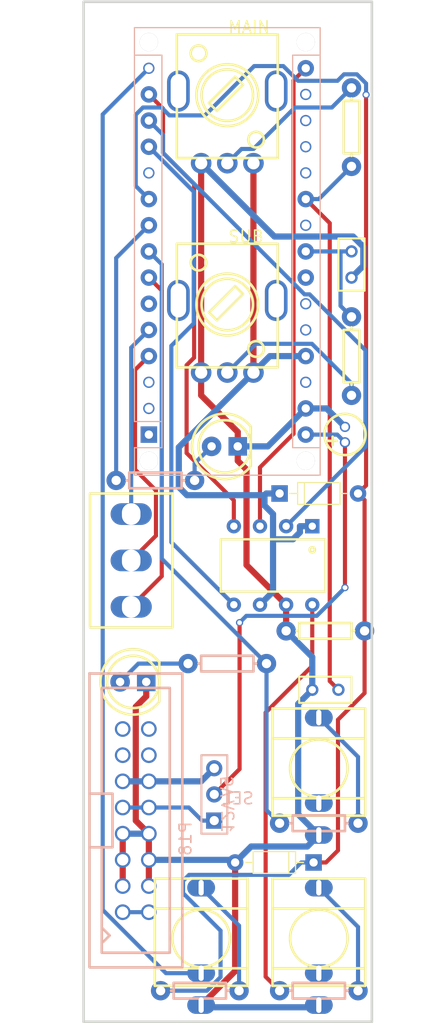
<source format=kicad_pcb>
(kicad_pcb (version 20171130) (host pcbnew "(5.1.5)-3") (page "A4") (layers (0 "F.Cu" signal) (31 "B.Cu" signal) (32 "B.Adhes" user) (33 "F.Adhes" user) (34 "B.Paste" user) (35 "F.Paste" user) (36 "B.SilkS" user) (37 "F.SilkS" user) (38 "B.Mask" user) (39 "F.Mask" user) (40 "Dwgs.User" user) (41 "Cmts.User" user) (42 "Eco1.User" user) (43 "Eco2.User" user) (44 "Edge.Cuts" user) (45 "Margin" user) (46 "B.CrtYd" user) (47 "F.CrtYd" user) (48 "B.Fab" user hide) (49 "F.Fab" user hide)) (net 0 "") (net 1 "-12V") (net 2 "12V") (net 3 "5V") (net 4 "ARD_5") (net 5 "GND") (net 6 "J3_3") (net 7 "J4_3") (net 8 "J5_3") (net 9 "MAIN_2") (net 10 "MAIN_4") (net 11 "MAIN_5") (net 12 "R2_1") (net 13 "R5_2") (net 14 "R6_2") (net 15 "SUB_2") (net 16 "SUB_4") (net 17 "SUB_5") (net 18 "U1_10") (net 19 "U1_12") (net 20 "U1_13") (net 21 "U1_14") (net 22 "U1_15") (net 23 "U1_16") (net 24 "U1_21") (net 25 "U1_23") (net 26 "U1_30") (net 27 "U1_4") (net 28 "U1_5") (net 29 "U1_7") (net 30 "U1_8") (net 31 "U1_9") (net 32 "U2_8") (segment (start 18.415 100.203) (end 15.875 100.203) (width 0.4) (layer "B.Cu") (net 1)) (segment (start 15.875 87.503) (end 18.415 87.503) (width 0.6) (layer "B.Cu") (net 3)) (segment (start 18.415 87.503) (end 23.495 87.503) (width 0.6) (layer "B.Cu") (net 3)) (segment (start 23.495 87.503) (end 24.765 86.233) (width 0.6) (layer "B.Cu") (net 3)) (segment (start 15.875 90.043) (end 18.415 90.043) (width 0.4) (layer "B.Cu") (net 2)) (segment (start 18.415 90.043) (end 22.307 90.043) (width 0.4) (layer "B.Cu") (net 2)) (segment (start 22.307 90.043) (end 23.577 91.313) (width 0.4) (layer "B.Cu") (net 2)) (segment (start 24.765 91.313) (end 23.577 91.313) (width 0.4) (layer "B.Cu") (net 2)) (segment (start 18.415 43.688) (end 16.7 45.403) (width 0.4) (layer "B.Cu") (net 28)) (segment (start 16.7 45.403) (end 16.7 61.563) (width 0.4) (layer "B.Cu") (net 28)) (segment (start 33.655 53.848) (end 36.714 53.848) (width 0.4) (layer "B.Cu") (net 26)) (segment (start 36.714 53.848) (end 37.465 54.599) (width 0.4) (layer "B.Cu") (net 26)) (segment (start 27.227 72.099) (end 27.889 71.437) (width 0.4) (layer "B.Cu") (net 26)) (segment (start 27.889 71.437) (end 34.73 71.437) (width 0.4) (layer "B.Cu") (net 26)) (segment (start 34.73 71.437) (end 37.465 68.702) (width 0.4) (layer "B.Cu") (net 26)) (segment (start 38.735 91.567) (end 38.735 85.123) (width 0.4) (layer "B.Cu") (net 7)) (segment (start 38.735 85.123) (end 34.925 81.313) (width 0.4) (layer "B.Cu") (net 7)) (segment (start 23.495 106.123) (end 20.077 106.123) (width 0.4) (layer "B.Cu") (net 22)) (segment (start 20.077 106.123) (end 13.93 99.975) (width 0.4) (layer "B.Cu") (net 22)) (segment (start 13.93 99.975) (end 13.93 22.773) (width 0.4) (layer "B.Cu") (net 22)) (segment (start 13.93 22.773) (end 18.415 18.288) (width 0.4) (layer "B.Cu") (net 22)) (segment (start 38.735 107.823) (end 38.735 101.633) (width 0.4) (layer "B.Cu") (net 12)) (segment (start 38.735 101.633) (end 34.925 97.823) (width 0.4) (layer "B.Cu") (net 12)) (segment (start 26.67 70.358) (end 20.6 64.288) (width 0.4) (layer "B.Cu") (net 19)) (segment (start 20.6 64.288) (end 20.6 45.228) (width 0.4) (layer "B.Cu") (net 19)) (segment (start 20.6 45.228) (end 22.773 43.055) (width 0.4) (layer "B.Cu") (net 19)) (segment (start 22.773 43.055) (end 22.773 30.266) (width 0.4) (layer "B.Cu") (net 19)) (segment (start 22.773 30.266) (end 18.415 25.908) (width 0.4) (layer "B.Cu") (net 19)) (segment (start 18.415 23.368) (end 19.791 24.744) (width 0.4) (layer "B.Cu") (net 20)) (segment (start 19.791 24.744) (end 19.791 26.488) (width 0.4) (layer "B.Cu") (net 20)) (segment (start 19.791 26.488) (end 33.539 40.236) (width 0.4) (layer "B.Cu") (net 20)) (segment (start 33.539 40.236) (end 34.033 40.236) (width 0.4) (layer "B.Cu") (net 20)) (segment (start 34.033 40.236) (end 39.452 45.655) (width 0.4) (layer "B.Cu") (net 20)) (segment (start 39.452 45.655) (end 39.452 55.037) (width 0.4) (layer "B.Cu") (net 20)) (segment (start 39.452 55.037) (end 31.75 62.738) (width 0.4) (layer "B.Cu") (net 20)) (segment (start 26.035 47.823) (end 28.824 45.034) (width 0.4) (layer "B.Cu") (net 15)) (segment (start 28.824 45.034) (end 34.257 45.034) (width 0.4) (layer "B.Cu") (net 15)) (segment (start 34.257 45.034) (end 38.1 48.877) (width 0.4) (layer "B.Cu") (net 15)) (segment (start 38.1 48.877) (end 38.1 50.038) (width 0.4) (layer "B.Cu") (net 15)) (segment (start 37.035 36.068) (end 37.035 41.353) (width 0.4) (layer "B.Cu") (net 25)) (segment (start 37.035 41.353) (end 38.1 42.418) (width 0.4) (layer "B.Cu") (net 25)) (segment (start 33.655 36.068) (end 37.035 36.068) (width 0.4) (layer "B.Cu") (net 25)) (segment (start 37.035 36.068) (end 38.1 36.068) (width 0.4) (layer "B.Cu") (net 25)) (segment (start 26.035 27.503) (end 27.416 26.122) (width 0.4) (layer "B.Cu") (net 9)) (segment (start 27.416 26.122) (end 28.581 26.122) (width 0.4) (layer "B.Cu") (net 9)) (segment (start 28.581 26.122) (end 32.605 22.098) (width 0.4) (layer "B.Cu") (net 9)) (segment (start 32.605 22.098) (end 36.195 22.098) (width 0.4) (layer "B.Cu") (net 9)) (segment (start 36.195 22.098) (end 38.1 20.193) (width 0.4) (layer "B.Cu") (net 9)) (segment (start 33.655 30.988) (end 34.925 30.988) (width 0.4) (layer "B.Cu") (net 24)) (segment (start 34.925 30.988) (end 38.1 27.813) (width 0.4) (layer "B.Cu") (net 24)) (segment (start 24.511 54.991) (end 22.86 56.642) (width 0.4) (layer "B.Cu") (net 14)) (segment (start 22.86 56.642) (end 22.86 58.293) (width 0.4) (layer "B.Cu") (net 14)) (segment (start 18.415 33.528) (end 15.24 36.703) (width 0.4) (layer "B.Cu") (net 31)) (segment (start 15.24 36.703) (end 15.24 58.293) (width 0.4) (layer "B.Cu") (net 31)) (segment (start 15.621 77.851) (end 17.399 76.073) (width 0.4) (layer "B.Cu") (net 13)) (segment (start 17.399 76.073) (end 22.225 76.073) (width 0.4) (layer "B.Cu") (net 13)) (segment (start 18.415 36.068) (end 19.667 37.32) (width 0.4) (layer "B.Cu") (net 30)) (segment (start 19.667 37.32) (end 19.667 65.895) (width 0.4) (layer "B.Cu") (net 30)) (segment (start 19.667 65.895) (end 29.845 76.073) (width 0.4) (layer "B.Cu") (net 30)) (segment (start 29.845 76.073) (end 29.845 90.297) (width 0.4) (layer "B.Cu") (net 30)) (segment (start 29.845 90.297) (end 31.115 91.567) (width 0.4) (layer "B.Cu") (net 30)) (segment (start 33.655 46.228) (end 30.17 46.228) (width 0.6) (layer "B.Cu") (net 4)) (segment (start 30.17 46.228) (end 28.575 47.823) (width 0.6) (layer "B.Cu") (net 4)) (segment (start 31.115 59.563) (end 29.814 59.563) (width 0.6) (layer "B.Cu") (net 4)) (segment (start 28.575 47.823) (end 21.325 55.073) (width 0.6) (layer "B.Cu") (net 4)) (segment (start 21.325 55.073) (end 21.325 58.935) (width 0.6) (layer "B.Cu") (net 4)) (segment (start 21.325 58.935) (end 22.119 59.729) (width 0.6) (layer "B.Cu") (net 4)) (segment (start 22.119 59.729) (end 29.649 59.729) (width 0.6) (layer "B.Cu") (net 4)) (segment (start 29.649 59.729) (end 29.814 59.563) (width 0.6) (layer "B.Cu") (net 4)) (segment (start 30.48 64.008) (end 32.42 64.008) (width 0.6) (layer "B.Cu") (net 4)) (segment (start 32.42 64.008) (end 33.091 63.337) (width 0.6) (layer "B.Cu") (net 4)) (segment (start 33.091 63.337) (end 33.091 62.738) (width 0.6) (layer "B.Cu") (net 4)) (segment (start 29.21 70.358) (end 30.48 69.088) (width 0.6) (layer "B.Cu") (net 4)) (segment (start 30.48 69.088) (end 30.48 64.008) (width 0.6) (layer "B.Cu") (net 4)) (segment (start 30.48 64.008) (end 30.48 61.559) (width 0.6) (layer "B.Cu") (net 4)) (segment (start 30.48 61.559) (end 29.649 60.727) (width 0.6) (layer "B.Cu") (net 4)) (segment (start 29.649 60.727) (end 29.649 59.729) (width 0.6) (layer "B.Cu") (net 4)) (segment (start 34.29 62.738) (end 33.091 62.738) (width 0.6) (layer "B.Cu") (net 4)) (segment (start 18.415 92.583) (end 15.875 92.583) (width 0.6) (layer "B.Cu") (net 5)) (segment (start 18.415 95.123) (end 26.543 95.123) (width 0.6) (layer "B.Cu") (net 5)) (segment (start 26.543 95.123) (end 26.797 95.377) (width 0.6) (layer "B.Cu") (net 5)) (segment (start 27.051 54.99) (end 29.973 54.99) (width 0.6) (layer "B.Cu") (net 5)) (segment (start 29.973 54.99) (end 33.655 51.308) (width 0.6) (layer "B.Cu") (net 5)) (segment (start 33.655 51.308) (end 35.676 51.308) (width 0.6) (layer "B.Cu") (net 5)) (segment (start 35.676 51.308) (end 37.465 53.097) (width 0.6) (layer "B.Cu") (net 5)) (segment (start 23.495 109.223) (end 23.705 109.433) (width 0.6) (layer "B.Cu") (net 5)) (segment (start 23.705 109.433) (end 34.715 109.433) (width 0.6) (layer "B.Cu") (net 5)) (segment (start 34.715 109.433) (end 34.925 109.223) (width 0.6) (layer "B.Cu") (net 5)) (segment (start 38.1 38.608) (end 39.245 37.463) (width 0.6) (layer "B.Cu") (net 5)) (segment (start 39.245 37.463) (end 39.245 35.615) (width 0.6) (layer "B.Cu") (net 5)) (segment (start 39.245 35.615) (end 38.251 34.621) (width 0.6) (layer "B.Cu") (net 5)) (segment (start 38.251 34.621) (end 30.613 34.621) (width 0.6) (layer "B.Cu") (net 5)) (segment (start 30.613 34.621) (end 23.495 27.503) (width 0.6) (layer "B.Cu") (net 5)) (segment (start 34.29 78.613) (end 34.29 75.438) (width 0.6) (layer "B.Cu") (net 5)) (segment (start 34.29 75.438) (end 31.75 72.898) (width 0.6) (layer "B.Cu") (net 5)) (segment (start 34.925 92.713) (end 33.811 93.827) (width 0.6) (layer "B.Cu") (net 5)) (segment (start 33.811 93.827) (end 28.347 93.827) (width 0.6) (layer "B.Cu") (net 5)) (segment (start 28.347 93.827) (end 26.797 95.377) (width 0.6) (layer "B.Cu") (net 5)) (segment (start 34.925 92.713) (end 32.921 90.709) (width 0.6) (layer "B.Cu") (net 5)) (segment (start 32.921 90.709) (end 32.921 79.982) (width 0.6) (layer "B.Cu") (net 5)) (segment (start 32.921 79.982) (end 34.29 78.613) (width 0.6) (layer "B.Cu") (net 5)) (segment (start 33.216 95.377) (end 32.016 96.578) (width 0.4) (layer "B.Cu") (net 18)) (segment (start 32.016 96.578) (end 22.327 96.578) (width 0.4) (layer "B.Cu") (net 18)) (segment (start 22.327 96.578) (end 21.737 97.167) (width 0.4) (layer "B.Cu") (net 18)) (segment (start 21.737 97.167) (end 21.737 98.352) (width 0.4) (layer "B.Cu") (net 18)) (segment (start 21.737 98.352) (end 25.379 101.994) (width 0.4) (layer "B.Cu") (net 18)) (segment (start 25.379 101.994) (end 25.379 106.502) (width 0.4) (layer "B.Cu") (net 18)) (segment (start 25.379 106.502) (end 24.058 107.823) (width 0.4) (layer "B.Cu") (net 18)) (segment (start 24.058 107.823) (end 19.558 107.823) (width 0.4) (layer "B.Cu") (net 18)) (segment (start 34.417 95.377) (end 33.216 95.377) (width 0.4) (layer "B.Cu") (net 18)) (segment (start 18.415 30.988) (end 17.141 29.714) (width 0.4) (layer "B.Cu") (net 18)) (segment (start 17.141 29.714) (end 17.141 22.799) (width 0.4) (layer "B.Cu") (net 18)) (segment (start 17.141 22.799) (end 17.842 22.098) (width 0.4) (layer "B.Cu") (net 18)) (segment (start 17.842 22.098) (end 19.646 22.098) (width 0.4) (layer "B.Cu") (net 18)) (segment (start 19.646 22.098) (end 20.413 22.865) (width 0.4) (layer "B.Cu") (net 18)) (segment (start 20.413 22.865) (end 23.862 22.865) (width 0.4) (layer "B.Cu") (net 18)) (segment (start 23.862 22.865) (end 28.65 18.077) (width 0.4) (layer "B.Cu") (net 18)) (segment (start 28.65 18.077) (end 31.477 18.077) (width 0.4) (layer "B.Cu") (net 18)) (segment (start 31.477 18.077) (end 32.904 19.504) (width 0.4) (layer "B.Cu") (net 18)) (segment (start 32.904 19.504) (end 36.746 19.504) (width 0.4) (layer "B.Cu") (net 18)) (segment (start 36.746 19.504) (end 37.373 18.878) (width 0.4) (layer "B.Cu") (net 18)) (segment (start 37.373 18.878) (end 38.626 18.878) (width 0.4) (layer "B.Cu") (net 18)) (segment (start 38.626 18.878) (end 39.516 19.768) (width 0.4) (layer "B.Cu") (net 18)) (segment (start 39.516 19.768) (end 39.516 20.863) (width 0.4) (layer "B.Cu") (net 18)) (segment (start 23.495 97.823) (end 27.178 101.506) (width 0.4) (layer "B.Cu") (net 6)) (segment (start 27.178 101.506) (end 27.178 107.823) (width 0.4) (layer "B.Cu") (net 6)) (gr_text "12V" (at 26.035 92.583 -90) (layer "B.SilkS") (effects (font (size 1.143 1.143) (thickness 0.152)) (justify left mirror))) (gr_text "SEL" (at 28.702 89.154 0) (layer "B.SilkS") (effects (font (size 1.143 1.143) (thickness 0.152)) (justify left mirror))) (gr_line (start 12.08 11.838) (end 40.08 11.838) (width 0.254) (layer "Edge.Cuts")) (gr_line (start 40.08 11.838) (end 40.08 110.838) (width 0.254) (layer "Edge.Cuts")) (gr_line (start 40.08 110.838) (end 12.08 110.838) (width 0.254) (layer "Edge.Cuts")) (gr_line (start 12.08 110.838) (end 12.08 11.838) (width 0.254) (layer "Edge.Cuts")) (segment (start 18.415 38.608) (end 19.667 39.86) (width 0.4) (layer "F.Cu") (net 29)) (segment (start 19.667 39.86) (end 19.667 67.596) (width 0.4) (layer "F.Cu") (net 29)) (segment (start 19.667 67.596) (end 16.7 70.563) (width 0.4) (layer "F.Cu") (net 29)) (segment (start 18.415 46.228) (end 17.073 47.57) (width 0.4) (layer "F.Cu") (net 27)) (segment (start 17.073 47.57) (end 17.073 57.238) (width 0.4) (layer "F.Cu") (net 27)) (segment (start 17.073 57.238) (end 19.105 59.27) (width 0.4) (layer "F.Cu") (net 27)) (segment (start 19.105 59.27) (end 19.105 63.658) (width 0.4) (layer "F.Cu") (net 27)) (segment (start 19.105 63.658) (end 16.7 66.063) (width 0.4) (layer "F.Cu") (net 27)) (segment (start 27.227 72.099) (end 27.227 86.311) (width 0.4) (layer "F.Cu") (net 26)) (segment (start 27.227 86.311) (end 24.765 88.773) (width 0.4) (layer "F.Cu") (net 26)) (segment (start 37.465 54.599) (end 37.465 68.702) (width 0.4) (layer "F.Cu") (net 26)) (segment (start 34.29 70.358) (end 34.29 76.298) (width 0.4) (layer "F.Cu") (net 32)) (segment (start 34.29 76.298) (end 29.759 80.829) (width 0.4) (layer "F.Cu") (net 32)) (segment (start 29.759 80.829) (end 29.759 106.467) (width 0.4) (layer "F.Cu") (net 32)) (segment (start 29.759 106.467) (end 31.115 107.823) (width 0.4) (layer "F.Cu") (net 32)) (segment (start 26.67 62.738) (end 26.67 60.225) (width 0.4) (layer "F.Cu") (net 21)) (segment (start 26.67 60.225) (end 22.082 55.637) (width 0.4) (layer "F.Cu") (net 21)) (segment (start 22.082 55.637) (end 22.082 47.108) (width 0.4) (layer "F.Cu") (net 21)) (segment (start 22.082 47.108) (end 22.814 46.375) (width 0.4) (layer "F.Cu") (net 21)) (segment (start 22.814 46.375) (end 22.814 29.524) (width 0.4) (layer "F.Cu") (net 21)) (segment (start 22.814 29.524) (end 19.793 26.503) (width 0.4) (layer "F.Cu") (net 21)) (segment (start 19.793 26.503) (end 19.793 22.206) (width 0.4) (layer "F.Cu") (net 21)) (segment (start 19.793 22.206) (end 18.415 20.828) (width 0.4) (layer "F.Cu") (net 21)) (segment (start 33.655 18.288) (end 32.47 19.473) (width 0.4) (layer "F.Cu") (net 23)) (segment (start 32.47 19.473) (end 32.47 53.767) (width 0.4) (layer "F.Cu") (net 23)) (segment (start 32.47 53.767) (end 29.21 57.027) (width 0.4) (layer "F.Cu") (net 23)) (segment (start 29.21 57.027) (end 29.21 62.738) (width 0.4) (layer "F.Cu") (net 23)) (segment (start 33.655 30.988) (end 35.986 33.319) (width 0.4) (layer "F.Cu") (net 24)) (segment (start 35.986 33.319) (end 35.986 77.769) (width 0.4) (layer "F.Cu") (net 24)) (segment (start 35.986 77.769) (end 36.83 78.613) (width 0.4) (layer "F.Cu") (net 24)) (segment (start 28.575 27.503) (end 28.575 47.823) (width 0.6) (layer "F.Cu") (net 4)) (segment (start 18.415 92.583) (end 18.415 95.123) (width 0.6) (layer "F.Cu") (net 5)) (segment (start 18.415 95.123) (end 18.415 97.663) (width 0.6) (layer "F.Cu") (net 5)) (segment (start 23.495 27.503) (end 23.495 47.823) (width 0.6) (layer "F.Cu") (net 5)) (segment (start 23.495 47.823) (end 23.495 50.033) (width 0.6) (layer "F.Cu") (net 5)) (segment (start 23.495 50.033) (end 27.051 53.589) (width 0.6) (layer "F.Cu") (net 5)) (segment (start 27.051 54.99) (end 27.051 53.589) (width 0.6) (layer "F.Cu") (net 5)) (segment (start 18.161 79.251) (end 17.145 80.267) (width 0.6) (layer "F.Cu") (net 5)) (segment (start 17.145 80.267) (end 17.145 91.313) (width 0.6) (layer "F.Cu") (net 5)) (segment (start 17.145 91.313) (end 18.415 92.583) (width 0.6) (layer "F.Cu") (net 5)) (segment (start 18.161 77.85) (end 18.161 79.251) (width 0.6) (layer "F.Cu") (net 5)) (segment (start 31.75 72.898) (end 31.75 70.358) (width 0.6) (layer "F.Cu") (net 5)) (segment (start 31.75 70.358) (end 27.902 66.51) (width 0.6) (layer "F.Cu") (net 5)) (segment (start 27.902 66.51) (end 27.902 57.241) (width 0.6) (layer "F.Cu") (net 5)) (segment (start 27.902 57.241) (end 27.051 56.391) (width 0.6) (layer "F.Cu") (net 5)) (segment (start 27.051 54.99) (end 27.051 56.391) (width 0.6) (layer "F.Cu") (net 5)) (segment (start 26.797 95.377) (end 26.797 105.921) (width 0.6) (layer "F.Cu") (net 5)) (segment (start 26.797 105.921) (end 23.495 109.223) (width 0.6) (layer "F.Cu") (net 5)) (segment (start 15.875 92.583) (end 15.875 95.123) (width 0.6) (layer "F.Cu") (net 5)) (segment (start 15.875 95.123) (end 15.875 97.663) (width 0.6) (layer "F.Cu") (net 5)) (segment (start 35.618 95.377) (end 36.787 94.208) (width 0.4) (layer "F.Cu") (net 18)) (segment (start 36.787 94.208) (end 36.787 81.518) (width 0.4) (layer "F.Cu") (net 18)) (segment (start 36.787 81.518) (end 39.37 78.935) (width 0.4) (layer "F.Cu") (net 18)) (segment (start 39.37 78.935) (end 39.37 72.898) (width 0.4) (layer "F.Cu") (net 18)) (segment (start 34.417 95.377) (end 35.618 95.377) (width 0.4) (layer "F.Cu") (net 18)) (segment (start 38.735 59.563) (end 39.37 60.198) (width 0.4) (layer "F.Cu") (net 18)) (segment (start 39.37 60.198) (end 39.37 72.898) (width 0.4) (layer "F.Cu") (net 18)) (segment (start 38.735 59.563) (end 39.516 58.782) (width 0.4) (layer "F.Cu") (net 18)) (segment (start 39.516 58.782) (end 39.516 20.863) (width 0.4) (layer "F.Cu") (net 18)) (module "easyeda:R_AXIAL-0.3" (layer "F.Cu") (at 35.56 72.898 180) (fp_text value "100k" (at 1.524 -0.635 0) (layer "F.Fab") (effects (font (size 1.143 1.143) (thickness 0.152)) (justify left))) (fp_text reference "R7" (at 0 -1.27 180) (layer "F.SilkS") hide (effects (font (size 1.143 1.143) (thickness 0.152)) (justify left))) (fp_line (start -2.54 0) (end -2.794 0) (width 0.254) (layer "F.SilkS")) (fp_line (start 2.54 0) (end 2.794 0) (width 0.254) (layer "F.SilkS")) (fp_line (start -2.54 0) (end -2.54 -0.762) (width 0.254) (layer "F.SilkS")) (fp_line (start -2.54 0.762) (end -2.54 0) (width 0.254) (layer "F.SilkS")) (fp_line (start 2.54 0.762) (end -2.54 0.762) (width 0.254) (layer "F.SilkS")) (fp_line (start 2.54 0) (end 2.54 0.762) (width 0.254) (layer "F.SilkS")) (fp_line (start 2.54 -0.762) (end 2.54 0) (width 0.254) (layer "F.SilkS")) (fp_line (start -2.54 -0.762) (end 2.54 -0.762) (width 0.254) (layer "F.SilkS")) (pad 1 thru_hole circle (at -3.81 0 180) (size 1.88 1.88) (layers "*.Cu" "*.Paste" "*.Mask") (drill 0.899) (net 18 "U1_10")) (pad 2 thru_hole circle (at 3.81 0 180) (size 1.88 1.88) (layers "*.Cu" "*.Paste" "*.Mask") (drill 0.899) (net 5 "GND")) (fp_text user gge06ca71af11caef96 (at 0 0) (layer "Cmts.User") (effects (font (size 1 1) (thickness 0.15))))) (module "easyeda:D_DO-35_SOD27_P7.62MM_HORIZONTAL" (layer "F.Cu") (at 34.925 59.563 0) (fp_text value "BAT43" (at -2.403 0.635 0) (layer "F.Fab") (effects (font (size 0.9 0.9) (thickness 0.152)) (justify left))) (fp_text reference "D1" (at 0 -1.778 0) (layer "F.SilkS") hide (effects (font (size 1.143 1.143) (thickness 0.152)) (justify left))) (fp_line (start -4.859 -1.349) (end -4.859 1.351) (width 0.05) (layer "Dwgs.User")) (fp_line (start -4.859 1.351) (end 4.889 1.351) (width 0.05) (layer "Dwgs.User")) (fp_line (start 4.889 1.351) (end 4.889 -1.349) (width 0.05) (layer "Dwgs.User")) (fp_line (start 4.889 -1.349) (end -4.859 -1.349) (width 0.05) (layer "Dwgs.User")) (fp_line (start -2.06 -1.059) (end -2.06 1.059) (width 0.12) (layer "F.SilkS")) (fp_line (start -2.06 1.059) (end 2.06 1.059) (width 0.12) (layer "F.SilkS")) (fp_line (start 2.06 1.059) (end 2.06 -1.059) (width 0.12) (layer "F.SilkS")) (fp_line (start 2.06 -1.059) (end -2.06 -1.059) (width 0.12) (layer "F.SilkS")) (fp_line (start -2.83 0) (end -2.06 0) (width 0.12) (layer "F.SilkS")) (fp_line (start 2.83 0) (end 2.06 0) (width 0.12) (layer "F.SilkS")) (fp_line (start -1.4 -1.059) (end -1.4 1.059) (width 0.12) (layer "F.SilkS")) (fp_line (start -1.999 -1.001) (end -1.999 1.001) (width 0.1) (layer "Cmts.User")) (fp_line (start -1.999 1.001) (end 1.999 1.001) (width 0.1) (layer "Cmts.User")) (fp_line (start 1.999 1.001) (end 1.999 -1.001) (width 0.1) (layer "Cmts.User")) (fp_line (start 1.999 -1.001) (end -1.999 -1.001) (width 0.1) (layer "Cmts.User")) (fp_line (start -3.81 0) (end -1.999 0) (width 0.1) (layer "Cmts.User")) (fp_line (start 3.81 0) (end 1.999 0) (width 0.1) (layer "Cmts.User")) (fp_line (start -1.4 -1.001) (end -1.4 1.001) (width 0.1) (layer "Cmts.User")) (pad 1 thru_hole rect (at -3.81 0 0) (size 1.6 1.6) (layers "*.Cu" "*.Paste" "*.Mask") (drill oval 0.8 0.805) (net 4 "ARD_5")) (pad 2 thru_hole circle (at 3.81 0 0) (size 1.6 1.6) (layers "*.Cu" "*.Paste" "*.Mask") (drill oval 0.8 0.805) (net 18 "U1_10")) (fp_text user gged0328108f2ec4361 (at 0 0) (layer "Cmts.User") (effects (font (size 1 1) (thickness 0.15))))) (module "easyeda:D_DO-35_SOD27_P7.62MM_HORIZONTAL" (layer "F.Cu") (at 30.607 95.377 180) (fp_text value "BAT43" (at 3.432 -0.323 0) (layer "F.Fab") (effects (font (size 0.9 0.9) (thickness 0.152)) (justify left))) (fp_text reference "D2" (at 0 -1.778 180) (layer "F.SilkS") hide (effects (font (size 1.143 1.143) (thickness 0.152)) (justify left))) (fp_line (start -4.859 -1.349) (end -4.859 1.351) (width 0.05) (layer "Dwgs.User")) (fp_line (start -4.859 1.351) (end 4.89 1.351) (width 0.05) (layer "Dwgs.User")) (fp_line (start 4.89 1.351) (end 4.89 -1.349) (width 0.05) (layer "Dwgs.User")) (fp_line (start 4.89 -1.349) (end -4.859 -1.349) (width 0.05) (layer "Dwgs.User")) (fp_line (start -2.06 -1.059) (end -2.06 1.059) (width 0.12) (layer "F.SilkS")) (fp_line (start -2.06 1.059) (end 2.06 1.059) (width 0.12) (layer "F.SilkS")) (fp_line (start 2.06 1.059) (end 2.06 -1.059) (width 0.12) (layer "F.SilkS")) (fp_line (start 2.06 -1.059) (end -2.06 -1.059) (width 0.12) (layer "F.SilkS")) (fp_line (start -2.83 0) (end -2.06 0) (width 0.12) (layer "F.SilkS")) (fp_line (start 2.83 0) (end 2.06 0) (width 0.12) (layer "F.SilkS")) (fp_line (start -1.4 -1.059) (end -1.4 1.059) (width 0.12) (layer "F.SilkS")) (fp_line (start -1.999 -1.001) (end -1.999 1.001) (width 0.1) (layer "Cmts.User")) (fp_line (start -1.999 1.001) (end 1.999 1.001) (width 0.1) (layer "Cmts.User")) (fp_line (start 1.999 1.001) (end 1.999 -1.001) (width 0.1) (layer "Cmts.User")) (fp_line (start 1.999 -1.001) (end -1.999 -1.001) (width 0.1) (layer "Cmts.User")) (fp_line (start -3.81 0) (end -1.999 0) (width 0.1) (layer "Cmts.User")) (fp_line (start 3.81 0) (end 1.999 0) (width 0.1) (layer "Cmts.User")) (fp_line (start -1.4 -1.001) (end -1.4 1.001) (width 0.1) (layer "Cmts.User")) (pad 1 thru_hole rect (at -3.81 0 180) (size 1.6 1.6) (layers "*.Cu" "*.Paste" "*.Mask") (drill oval 0.8 0.805) (net 18 "U1_10")) (pad 2 thru_hole circle (at 3.81 0 180) (size 1.6 1.6) (layers "*.Cu" "*.Paste" "*.Mask") (drill oval 0.8 0.805) (net 5 "GND")) (fp_text user ggeb055b9a69ae08a5e (at 0 0) (layer "Cmts.User") (effects (font (size 1 1) (thickness 0.15))))) (module "easyeda:R_AXIAL-0.3" (layer "F.Cu") (at 38.1 24.003 90) (fp_text value "470" (at -1.27 0.635 90) (layer "F.Fab") (effects (font (size 1.143 1.143) (thickness 0.152)) (justify left))) (fp_text reference "R11" (at 0 -1.27 90) (layer "F.SilkS") hide (effects (font (size 1.143 1.143) (thickness 0.152)) (justify left))) (fp_line (start -2.54 0) (end -2.794 0) (width 0.254) (layer "F.SilkS")) (fp_line (start 2.54 0) (end 2.794 0) (width 0.254) (layer "F.SilkS")) (fp_line (start -2.54 0) (end -2.54 -0.762) (width 0.254) (layer "F.SilkS")) (fp_line (start -2.54 0.762) (end -2.54 0) (width 0.254) (layer "F.SilkS")) (fp_line (start 2.54 0.762) (end -2.54 0.762) (width 0.254) (layer "F.SilkS")) (fp_line (start 2.54 0) (end 2.54 0.762) (width 0.254) (layer "F.SilkS")) (fp_line (start 2.54 -0.762) (end 2.54 0) (width 0.254) (layer "F.SilkS")) (fp_line (start -2.54 -0.762) (end 2.54 -0.762) (width 0.254) (layer "F.SilkS")) (pad 1 thru_hole circle (at -3.81 0 90) (size 1.88 1.88) (layers "*.Cu" "*.Paste" "*.Mask") (drill 0.899) (net 24 "U1_21")) (pad 2 thru_hole circle (at 3.81 0 90) (size 1.88 1.88) (layers "*.Cu" "*.Paste" "*.Mask") (drill 0.899) (net 9 "MAIN_2")) (fp_text user gge9b596398730ddeed (at 0 0) (layer "Cmts.User") (effects (font (size 1 1) (thickness 0.15))))) (module "easyeda:R_AXIAL-0.3" (layer "F.Cu") (at 38.1 46.228 -90) (fp_text value "470" (at 1.27 -0.635 90) (layer "F.Fab") (effects (font (size 1.143 1.143) (thickness 0.152)) (justify left))) (fp_text reference "R1" (at 0 -1.27 -90) (layer "F.SilkS") hide (effects (font (size 1.143 1.143) (thickness 0.152)) (justify left))) (fp_line (start -2.54 0) (end -2.794 0) (width 0.254) (layer "F.SilkS")) (fp_line (start 2.54 0) (end 2.794 0) (width 0.254) (layer "F.SilkS")) (fp_line (start -2.54 0) (end -2.54 -0.762) (width 0.254) (layer "F.SilkS")) (fp_line (start -2.54 0.762) (end -2.54 0) (width 0.254) (layer "F.SilkS")) (fp_line (start 2.54 0.762) (end -2.54 0.762) (width 0.254) (layer "F.SilkS")) (fp_line (start 2.54 0) (end 2.54 0.762) (width 0.254) (layer "F.SilkS")) (fp_line (start 2.54 -0.762) (end 2.54 0) (width 0.254) (layer "F.SilkS")) (fp_line (start -2.54 -0.762) (end 2.54 -0.762) (width 0.254) (layer "F.SilkS")) (pad 1 thru_hole circle (at -3.81 0 -90) (size 1.88 1.88) (layers "*.Cu" "*.Paste" "*.Mask") (drill 0.899) (net 25 "U1_23")) (pad 2 thru_hole circle (at 3.81 0 -90) (size 1.88 1.88) (layers "*.Cu" "*.Paste" "*.Mask") (drill 0.899) (net 15 "SUB_2")) (fp_text user ggea522ded60e024ed0 (at 0 0) (layer "Cmts.User") (effects (font (size 1 1) (thickness 0.15))))) (module "easyeda:RAD-0.1" (layer "F.Cu") (at 35.56 78.613) (fp_text value "220p" (at -1.27 -1.905 0) (layer "F.Fab") (effects (font (size 1.143 1.143) (thickness 0.152)) (justify left))) (fp_text reference "C2" (at -0.229 -1.854 0) (layer "F.SilkS") hide (effects (font (size 1.143 1.143) (thickness 0.152)) (justify left))) (fp_line (start 2.537 -1.267) (end -2.543 -1.267) (width 0.201) (layer "F.SilkS")) (fp_line (start -2.543 -1.267) (end -2.543 1.273) (width 0.201) (layer "F.SilkS")) (fp_line (start -2.543 1.273) (end 2.537 1.273) (width 0.201) (layer "F.SilkS")) (fp_line (start 2.537 1.273) (end 2.537 -1.267) (width 0.201) (layer "F.SilkS")) (pad 1 thru_hole circle (at -1.27 0 0) (size 1.194 1.194) (layers "*.Cu" "*.Paste" "*.Mask") (drill 0.711) (net 5 "GND")) (pad 2 thru_hole circle (at 1.27 0 0) (size 1.194 1.194) (layers "*.Cu" "*.Paste" "*.Mask") (drill 0.711) (net 24 "U1_21")) (fp_text user gge0ca6b8a677502cf5 (at 0 0) (layer "Cmts.User") (effects (font (size 1 1) (thickness 0.15))))) (module "easyeda:RAD-0.1" (layer "F.Cu") (at 38.1 37.338 90) (fp_text value "220p" (at 3.175 0.635 90) (layer "F.Fab") (effects (font (size 1.143 1.143) (thickness 0.152)) (justify left))) (fp_text reference "C3" (at -0.229 -1.854 90) (layer "F.SilkS") hide (effects (font (size 1.143 1.143) (thickness 0.152)) (justify left))) (fp_line (start 2.537 -1.267) (end -2.543 -1.267) (width 0.201) (layer "F.SilkS")) (fp_line (start -2.543 -1.267) (end -2.543 1.273) (width 0.201) (layer "F.SilkS")) (fp_line (start -2.543 1.273) (end 2.537 1.273) (width 0.201) (layer "F.SilkS")) (fp_line (start 2.537 1.273) (end 2.537 -1.267) (width 0.201) (layer "F.SilkS")) (pad 1 thru_hole circle (at -1.27 0 90) (size 1.194 1.194) (layers "*.Cu" "*.Paste" "*.Mask") (drill 0.711) (net 5 "GND")) (pad 2 thru_hole circle (at 1.27 0 90) (size 1.194 1.194) (layers "*.Cu" "*.Paste" "*.Mask") (drill 0.711) (net 25 "U1_23")) (fp_text user gge8a81d744911d1979 (at 0 0) (layer "Cmts.User") (effects (font (size 1 1) (thickness 0.15))))) (module "easyeda:DIP8" (layer "F.Cu") (at 34.29 62.738 180) (fp_text value "MCP4911-EP" (at 8.89 -5.08 0) (layer "F.Fab") (effects (font (size 1.143 1.143) (thickness 0.152)) (justify left))) (fp_text reference "U2" (at 3.81 -8.89 180) (layer "F.SilkS") hide (effects (font (size 1.143 1.143) (thickness 0.152)) (justify left))) (fp_line (start -1.27 -1.27) (end 8.89 -1.27) (width 0.229) (layer "F.SilkS")) (fp_line (start 8.89 -1.27) (end 8.89 -6.35) (width 0.229) (layer "F.SilkS")) (fp_line (start 8.89 -6.35) (end -1.27 -6.35) (width 0.229) (layer "F.SilkS")) (fp_line (start -1.27 -6.35) (end -1.27 -1.27) (width 0.229) (layer "F.SilkS")) (fp_circle (center 0 -2.286) (end 0.254 -2.286) (layer "F.SilkS") (width 0.254)) (pad 1 thru_hole rect (at 0 0 180) (size 1.397 1.397) (layers "*.Cu" "*.Paste" "*.Mask") (drill 0.711) (net 4 "ARD_5")) (pad 2 thru_hole circle (at 2.54 0 180) (size 1.397 1.397) (layers "*.Cu" "*.Paste" "*.Mask") (drill 0.711) (net 20 "U1_13")) (pad 3 thru_hole circle (at 5.08 0 180) (size 1.397 1.397) (layers "*.Cu" "*.Paste" "*.Mask") (drill 0.711) (net 23 "U1_16")) (pad 4 thru_hole circle (at 7.62 0 180) (size 1.397 1.397) (layers "*.Cu" "*.Paste" "*.Mask") (drill 0.711) (net 21 "U1_14")) (pad 5 thru_hole circle (at 7.62 -7.62 180) (size 1.397 1.397) (layers "*.Cu" "*.Paste" "*.Mask") (drill 0.711) (net 19 "U1_12")) (pad 6 thru_hole circle (at 5.08 -7.62 180) (size 1.397 1.397) (layers "*.Cu" "*.Paste" "*.Mask") (drill 0.711) (net 4 "ARD_5")) (pad 7 thru_hole circle (at 2.54 -7.62 180) (size 1.397 1.397) (layers "*.Cu" "*.Paste" "*.Mask") (drill 0.711) (net 5 "GND")) (pad 8 thru_hole circle (at 0 -7.62 180) (size 1.397 1.397) (layers "*.Cu" "*.Paste" "*.Mask") (drill 0.711) (net 32 "U2_8")) (fp_text user ggee7b0d1e567ad6c15 (at 0 0) (layer "Cmts.User") (effects (font (size 1 1) (thickness 0.15))))) (module "easyeda:THONKICONN_1" (layer "F.Cu") (at 34.925 102.743) (fp_text value "V_OUT" (at -2.286 -3.048 0) (layer "F.Fab") (effects (font (size 0.9 0.9) (thickness 0.152)) (justify left))) (fp_text reference "J11" (at 0 -6.35 0) (layer "F.SilkS") hide (effects (font (size 1.143 1.143) (thickness 0.152)) (justify left))) (fp_arc (start 0 0) (end -2.794 0) (angle 180) (width 0.254) (layer "F.SilkS")) (fp_arc (start 0 0) (end 2.794 0) (angle 180) (width 0.254) (layer "F.SilkS")) (fp_line (start -4.5 -5.805) (end 4.5 -5.805) (width 0.254) (layer "F.SilkS")) (fp_line (start 4.5 -5.805) (end 4.5 2.905) (width 0.254) (layer "F.SilkS")) (fp_line (start 4.5 2.905) (end -4.5 2.905) (width 0.254) (layer "F.SilkS")) (fp_line (start -4.5 2.905) (end -4.5 -5.805) (width 0.254) (layer "F.SilkS")) (fp_line (start -4.5 -2.905) (end 4.5 -2.905) (width 0.254) (layer "F.SilkS")) (fp_line (start 4.5 -2.905) (end 4.5 4.605) (width 0.254) (layer "F.SilkS")) (fp_line (start 4.5 4.605) (end -4.5 4.605) (width 0.254) (layer "F.SilkS")) (fp_line (start -4.5 4.605) (end -4.5 -2.905) (width 0.254) (layer "F.SilkS")) (pad "" np_thru_hole circle (at 0 0) (size 3 3) (drill 3) (layers "*.Cu" "*.Mask")) (pad 3 thru_hole oval (at 0 -4.92 0) (size 2.7 1.7) (layers "*.Cu" "*.Paste" "*.Mask") (drill oval 0.5 1.5) (net 12 "R2_1")) (pad 2 thru_hole oval (at 0 3.38 0) (size 2.7 1.7) (layers "*.Cu" "*.Paste" "*.Mask") (drill oval 0.5 1.5)) (pad 1 thru_hole oval (at 0 6.48 0) (size 2.7 1.7) (layers "*.Cu" "*.Paste" "*.Mask") (drill oval 0.5 1.5) (net 5 "GND")) (fp_text user gge9d9bb6a4b0726c1f (at 0 0) (layer "Cmts.User") (effects (font (size 1 1) (thickness 0.15))))) (module "easyeda:THONKICONN_1" (layer "F.Cu") (at 23.495 102.743) (fp_text value "CLOCK_IN" (at -3.175 -3.048 0) (layer "F.Fab") (effects (font (size 0.9 0.9) (thickness 0.152)) (justify left))) (fp_text reference "J3" (at 0 -6.35 0) (layer "F.SilkS") hide (effects (font (size 1.143 1.143) (thickness 0.152)) (justify left))) (fp_arc (start 0 0) (end -2.794 0) (angle 180) (width 0.254) (layer "F.SilkS")) (fp_arc (start 0 0) (end 2.794 0) (angle 180) (width 0.254) (layer "F.SilkS")) (fp_line (start -4.5 -5.805) (end 4.5 -5.805) (width 0.254) (layer "F.SilkS")) (fp_line (start 4.5 -5.805) (end 4.5 2.905) (width 0.254) (layer "F.SilkS")) (fp_line (start 4.5 2.905) (end -4.5 2.905) (width 0.254) (layer "F.SilkS")) (fp_line (start -4.5 2.905) (end -4.5 -5.805) (width 0.254) (layer "F.SilkS")) (fp_line (start -4.5 -2.905) (end 4.5 -2.905) (width 0.254) (layer "F.SilkS")) (fp_line (start 4.5 -2.905) (end 4.5 4.605) (width 0.254) (layer "F.SilkS")) (fp_line (start 4.5 4.605) (end -4.5 4.605) (width 0.254) (layer "F.SilkS")) (fp_line (start -4.5 4.605) (end -4.5 -2.905) (width 0.254) (layer "F.SilkS")) (pad "" np_thru_hole circle (at 0 0) (size 3 3) (drill 3) (layers "*.Cu" "*.Mask")) (pad 3 thru_hole oval (at 0 -4.92 0) (size 2.7 1.7) (layers "*.Cu" "*.Paste" "*.Mask") (drill oval 0.5 1.5) (net 6 "J3_3")) (pad 2 thru_hole oval (at 0 3.38 0) (size 2.7 1.7) (layers "*.Cu" "*.Paste" "*.Mask") (drill oval 0.5 1.5) (net 22 "U1_15")) (pad 1 thru_hole oval (at 0 6.48 0) (size 2.7 1.7) (layers "*.Cu" "*.Paste" "*.Mask") (drill oval 0.5 1.5) (net 5 "GND")) (fp_text user gge0acd1de29dae2428 (at 0 0) (layer "Cmts.User") (effects (font (size 1 1) (thickness 0.15))))) (module "easyeda:THONKICONN_1" (layer "F.Cu") (at 34.925 86.233) (fp_text value "GATE_OUT" (at -3.683 -3.048 0) (layer "F.Fab") (effects (font (size 0.9 0.9) (thickness 0.152)) (justify left))) (fp_text reference "J4" (at 0 -6.35 0) (layer "F.SilkS") hide (effects (font (size 1.143 1.143) (thickness 0.152)) (justify left))) (fp_arc (start 0 0) (end -2.794 0) (angle 180) (width 0.254) (layer "F.SilkS")) (fp_arc (start 0 0) (end 2.794 0) (angle 180) (width 0.254) (layer "F.SilkS")) (fp_line (start -4.5 -5.805) (end 4.5 -5.805) (width 0.254) (layer "F.SilkS")) (fp_line (start 4.5 -5.805) (end 4.5 2.905) (width 0.254) (layer "F.SilkS")) (fp_line (start 4.5 2.905) (end -4.5 2.905) (width 0.254) (layer "F.SilkS")) (fp_line (start -4.5 2.905) (end -4.5 -5.805) (width 0.254) (layer "F.SilkS")) (fp_line (start -4.5 -2.905) (end 4.5 -2.905) (width 0.254) (layer "F.SilkS")) (fp_line (start 4.5 -2.905) (end 4.5 4.605) (width 0.254) (layer "F.SilkS")) (fp_line (start 4.5 4.605) (end -4.5 4.605) (width 0.254) (layer "F.SilkS")) (fp_line (start -4.5 4.605) (end -4.5 -2.905) (width 0.254) (layer "F.SilkS")) (pad "" np_thru_hole circle (at 0 0) (size 3 3) (drill 3) (layers "*.Cu" "*.Mask")) (pad 3 thru_hole oval (at 0 -4.92 0) (size 2.7 1.7) (layers "*.Cu" "*.Paste" "*.Mask") (drill oval 0.5 1.5) (net 7 "J4_3")) (pad 2 thru_hole oval (at 0 3.38 0) (size 2.7 1.7) (layers "*.Cu" "*.Paste" "*.Mask") (drill oval 0.5 1.5)) (pad 1 thru_hole oval (at 0 6.48 0) (size 2.7 1.7) (layers "*.Cu" "*.Paste" "*.Mask") (drill oval 0.5 1.5) (net 5 "GND")) (fp_text user gge7772399c2c140cd8 (at 0 0) (layer "Cmts.User") (effects (font (size 1 1) (thickness 0.15))))) (module "easyeda:LED 5MM" (layer "F.Cu") (at 17.145 77.343) (fp_text value "GATE_LED" (at -3.81 -3.175 0) (layer "F.Fab") (effects (font (size 1.143 1.143) (thickness 0.152)) (justify left))) (fp_text reference "LED1" (at -0.762 -3.048 0) (layer "F.SilkS") hide (effects (font (size 1.143 1.143) (thickness 0.152)) (justify left))) (fp_line (start 2.286 2.412) (end 2.286 -1.398) (width 0.254) (layer "F.SilkS")) (fp_arc (start -0.254 0.507) (end 2.286 2.412) (angle 286.26) (width 0.254) (layer "F.SilkS")) (fp_circle (center -0.254 0.507) (end 2.286 0.507) (layer "F.SilkS") (width 0.254)) (pad 1 thru_hole circle (at -1.524 0.508 0) (size 1.9 1.9) (layers "*.Cu" "*.Paste" "*.Mask") (drill 0.813) (net 13 "R5_2")) (pad 2 thru_hole rect (at 1.016 0.507 0) (size 1.8 1.8) (layers "*.Cu" "*.Paste" "*.Mask") (drill 0.813) (net 5 "GND")) (fp_text user ggefcbb102c63a901aa (at 0 0) (layer "Cmts.User") (effects (font (size 1 1) (thickness 0.15))))) (module "easyeda:CAP-D4.0×F1.5" (layer "F.Cu") (at 37.465 53.848 90) (fp_text value "10u" (at -3.683 -1.27 0) (layer "F.Fab") (effects (font (size 1.143 1.143) (thickness 0.152)) (justify left))) (fp_text reference "C1" (at -0.095 -2.2 90) (layer "F.SilkS") hide (effects (font (size 1.143 1.143) (thickness 0.152)) (justify left))) (fp_line (start -0.203 -1.196) (end -1.003 -1.196) (width 0.254) (layer "F.SilkS")) (fp_line (start -0.609 -0.815) (end -0.609 -1.615) (width 0.254) (layer "F.SilkS")) (fp_arc (start 0.015 0.001) (end 0.032 -1.999) (angle 359.054) (width 0.254) (layer "F.SilkS")) (pad 2 thru_hole circle (at 0.751 0 180) (size 1 1) (layers "*.Cu" "*.Paste" "*.Mask") (drill 0.7) (net 5 "GND")) (pad 1 thru_hole circle (at -0.751 0 180) (size 1 1) (layers "*.Cu" "*.Paste" "*.Mask") (drill 0.7) (net 26 "U1_30")) (fp_text user gge0b98d1ab71537ef8 (at 0 0) (layer "Cmts.User") (effects (font (size 1 1) (thickness 0.15))))) (module "easyeda:R09-5KΩ" (layer "F.Cu") (at 26.035 44.323) (fp_text value "100k" (at 0 -11.486 0) (layer "F.Fab") hide (effects (font (size 1.143 1.143) (thickness 0.152)) (justify left))) (fp_text reference "SUB" (at 0 -9.708 0) (layer "F.SilkS") (effects (font (size 1.143 1.143) (thickness 0.152)) (justify left))) (fp_line (start -4.9 -9) (end 4.9 -9) (width 0.254) (layer "F.SilkS")) (fp_line (start 4.9 -9) (end 4.9 3) (width 0.254) (layer "F.SilkS")) (fp_line (start -4.9 -9) (end -4.9 3) (width 0.254) (layer "F.SilkS")) (fp_line (start -4.9 3) (end 4.9 3) (width 0.254) (layer "F.SilkS")) (fp_line (start 0.762 -4.882) (end -1.778 -2.342) (width 0.254) (layer "F.SilkS")) (fp_line (start -1.778 -2.342) (end -1.016 -1.58) (width 0.254) (layer "F.SilkS")) (fp_line (start -1.016 -1.58) (end 1.524 -4.12) (width 0.254) (layer "F.SilkS")) (fp_line (start 1.524 -4.12) (end 0.762 -4.882) (width 0.254) (layer "F.SilkS")) (fp_circle (center -2.794 -7.168) (end -2.032 -7.168) (layer "F.SilkS") (width 0.254)) (fp_circle (center 2.794 1.214) (end 3.556 1.214) (layer "F.SilkS") (width 0.254)) (fp_circle (center 0 -3.104) (end 3 -3.104) (layer "F.SilkS") (width 0.254)) (fp_circle (center 0 -3.104) (end 2.5 -3.104) (layer "F.SilkS") (width 0.254)) (pad 1 thru_hole circle (at -2.54 3.5 0) (size 2 2) (layers "*.Cu" "*.Paste" "*.Mask") (drill 1.2) (net 5 "GND")) (pad 2 thru_hole circle (at 0 3.5 0) (size 2 2) (layers "*.Cu" "*.Paste" "*.Mask") (drill 1.2) (net 15 "SUB_2")) (pad 3 thru_hole circle (at 2.54 3.5 0) (size 2 2) (layers "*.Cu" "*.Paste" "*.Mask") (drill 1.2) (net 4 "ARD_5")) (pad 4 thru_hole oval (at 4.75 -3.5 0) (size 2.2 4) (layers "*.Cu" "*.Paste" "*.Mask") (drill oval 1.5 3.3) (net 16 "SUB_4")) (pad 5 thru_hole oval (at -4.75 -3.5 0) (size 2.2 4) (layers "*.Cu" "*.Paste" "*.Mask") (drill oval 1.5 3.3) (net 17 "SUB_5")) (fp_text user gge6d063aa724b90016 (at 0 0) (layer "Cmts.User") (effects (font (size 1 1) (thickness 0.15))))) (module "easyeda:R09-5KΩ" (layer "F.Cu") (at 26.035 24.003) (fp_text value "100k" (at 0 -11.486 0) (layer "F.Fab") hide (effects (font (size 1.143 1.143) (thickness 0.152)) (justify left))) (fp_text reference "MAIN" (at 0 -9.708 0) (layer "F.SilkS") (effects (font (size 1.143 1.143) (thickness 0.152)) (justify left))) (fp_line (start -4.9 -9) (end 4.9 -9) (width 0.254) (layer "F.SilkS")) (fp_line (start 4.9 -9) (end 4.9 3) (width 0.254) (layer "F.SilkS")) (fp_line (start -4.9 -9) (end -4.9 3) (width 0.254) (layer "F.SilkS")) (fp_line (start -4.9 3) (end 4.9 3) (width 0.254) (layer "F.SilkS")) (fp_line (start 0.762 -4.882) (end -1.778 -2.342) (width 0.254) (layer "F.SilkS")) (fp_line (start -1.778 -2.342) (end -1.016 -1.58) (width 0.254) (layer "F.SilkS")) (fp_line (start -1.016 -1.58) (end 1.524 -4.12) (width 0.254) (layer "F.SilkS")) (fp_line (start 1.524 -4.12) (end 0.762 -4.882) (width 0.254) (layer "F.SilkS")) (fp_circle (center -2.794 -7.168) (end -2.032 -7.168) (layer "F.SilkS") (width 0.254)) (fp_circle (center 2.794 1.214) (end 3.556 1.214) (layer "F.SilkS") (width 0.254)) (fp_circle (center 0 -3.104) (end 3 -3.104) (layer "F.SilkS") (width 0.254)) (fp_circle (center 0 -3.104) (end 2.5 -3.104) (layer "F.SilkS") (width 0.254)) (pad 1 thru_hole circle (at -2.54 3.5 0) (size 2 2) (layers "*.Cu" "*.Paste" "*.Mask") (drill 1.2) (net 5 "GND")) (pad 2 thru_hole circle (at 0 3.5 0) (size 2 2) (layers "*.Cu" "*.Paste" "*.Mask") (drill 1.2) (net 9 "MAIN_2")) (pad 3 thru_hole circle (at 2.54 3.5 0) (size 2 2) (layers "*.Cu" "*.Paste" "*.Mask") (drill 1.2) (net 4 "ARD_5")) (pad 4 thru_hole oval (at 4.75 -3.5 0) (size 2.2 4) (layers "*.Cu" "*.Paste" "*.Mask") (drill oval 1.5 3.3) (net 10 "MAIN_4")) (pad 5 thru_hole oval (at -4.75 -3.5 0) (size 2.2 4) (layers "*.Cu" "*.Paste" "*.Mask") (drill oval 1.5 3.3) (net 11 "MAIN_5")) (fp_text user gge3f688573772f7171 (at 0 0) (layer "Cmts.User") (effects (font (size 1 1) (thickness 0.15))))) (module "easyeda:SWITCH" (layer "F.Cu") (at 12.7 59.563) (fp_text value "Switch" (at 1.905 8.255 90) (layer "F.Fab") (effects (font (size 1.143 1.143) (thickness 0.152)) (justify left))) (fp_text reference "U3" (at 3.81 -0.254 0) (layer "F.SilkS") hide (effects (font (size 1.143 1.143) (thickness 0.152)) (justify left))) (fp_line (start 0 0) (end 8.001 0) (width 0.254) (layer "F.SilkS")) (fp_line (start 8.001 0) (end 8.001 13) (width 0.254) (layer "F.SilkS")) (fp_line (start 8.001 13) (end 0 13) (width 0.254) (layer "F.SilkS")) (fp_line (start 0 13) (end 0 0) (width 0.254) (layer "F.SilkS")) (pad 4 thru_hole oval (at 4 2 0) (size 4 2.1) (layers "*.Cu" "*.Paste" "*.Mask") (drill oval 1.8 3.3) (net 28 "U1_5")) (pad 5 thru_hole oval (at 4 6.5 0) (size 4 2.1) (layers "*.Cu" "*.Paste" "*.Mask") (drill oval 1.8 3.3) (net 27 "U1_4")) (pad 6 thru_hole oval (at 4 11 0) (size 4 2.1) (layers "*.Cu" "*.Paste" "*.Mask") (drill oval 1.8 3.3) (net 29 "U1_7")) (fp_text user ggebb3ca787d3176f44 (at 0 0) (layer "Cmts.User") (effects (font (size 1 1) (thickness 0.15))))) (module "easyeda:LED 5MM" (layer "F.Cu") (at 26.035 54.483) (fp_text value "OUT_LED" (at -3.81 -3.175 0) (layer "F.Fab") (effects (font (size 1.143 1.143) (thickness 0.152)) (justify left))) (fp_text reference "LED2" (at -0.762 -3.048 0) (layer "F.SilkS") hide (effects (font (size 1.143 1.143) (thickness 0.152)) (justify left))) (fp_line (start 2.286 2.412) (end 2.286 -1.398) (width 0.254) (layer "F.SilkS")) (fp_arc (start -0.254 0.507) (end 2.286 2.412) (angle 286.26) (width 0.254) (layer "F.SilkS")) (fp_circle (center -0.254 0.507) (end 2.286 0.507) (layer "F.SilkS") (width 0.254)) (pad 1 thru_hole circle (at -1.524 0.508 0) (size 1.9 1.9) (layers "*.Cu" "*.Paste" "*.Mask") (drill 0.813) (net 14 "R6_2")) (pad 2 thru_hole rect (at 1.016 0.507 0) (size 1.8 1.8) (layers "*.Cu" "*.Paste" "*.Mask") (drill 0.813) (net 5 "GND")) (fp_text user ggee340129df38d7c2c (at 0 0) (layer "Cmts.User") (effects (font (size 1 1) (thickness 0.15))))) (module "easyeda:R_AXIAL-0.3" (layer "F.Cu") (at 23.368 107.823 180) (fp_text value "470" (at -1.27 -0.635 0) (layer "B.Fab") (effects (font (size 1.143 1.143) (thickness 0.152)) (justify left mirror))) (fp_text reference "R3" (at 0 -1.27 180) (layer "B.SilkS") hide (effects (font (size 1.143 1.143) (thickness 0.152)) (justify left mirror))) (fp_line (start 2.54 0) (end 2.794 0) (width 0.254) (layer "B.SilkS")) (fp_line (start -2.54 0) (end -2.794 0) (width 0.254) (layer "B.SilkS")) (fp_line (start 2.54 0) (end 2.54 -0.762) (width 0.254) (layer "B.SilkS")) (fp_line (start 2.54 0.762) (end 2.54 0) (width 0.254) (layer "B.SilkS")) (fp_line (start -2.54 0.762) (end 2.54 0.762) (width 0.254) (layer "B.SilkS")) (fp_line (start -2.54 0) (end -2.54 0.762) (width 0.254) (layer "B.SilkS")) (fp_line (start -2.54 -0.762) (end -2.54 0) (width 0.254) (layer "B.SilkS")) (fp_line (start 2.54 -0.762) (end -2.54 -0.762) (width 0.254) (layer "B.SilkS")) (pad 1 thru_hole circle (at 3.81 0 180) (size 1.88 1.88) (layers "*.Cu" "*.Paste" "*.Mask") (drill 0.899) (net 18 "U1_10")) (pad 2 thru_hole circle (at -3.81 0 180) (size 1.88 1.88) (layers "*.Cu" "*.Paste" "*.Mask") (drill 0.899) (net 6 "J3_3")) (fp_text user gge24f2fcc07b30b5c6 (at 0 0) (layer "Cmts.User") (effects (font (size 1 1) (thickness 0.15))))) (module "easyeda:HDR-F-2.54_1X3" (layer "F.Cu") (at 24.765 88.773 -90) (fp_text value "HDR-F-2.54_1x3" (at 0.254 -3.302 -90) (layer "B.Fab") hide (effects (font (size 1.143 1.143) (thickness 0.152)) (justify left mirror))) (fp_text reference "5V" (at -1.905 -1.27 -90) (layer "B.SilkS") (effects (font (size 1.143 1.143) (thickness 0.152)) (justify left mirror))) (fp_line (start -1.27 -1.27) (end -3.81 -1.27) (width 0.203) (layer "B.SilkS")) (fp_line (start -3.81 -1.27) (end -3.81 1.245) (width 0.203) (layer "B.SilkS")) (fp_line (start -3.81 1.245) (end 3.81 1.245) (width 0.203) (layer "B.SilkS")) (fp_line (start 3.81 1.245) (end 3.81 -1.27) (width 0.203) (layer "B.SilkS")) (fp_line (start 3.81 -1.27) (end -1.27 -1.27) (width 0.203) (layer "B.SilkS")) (pad 1 thru_hole rect (at 2.54 0 -90) (size 1.575 1.575) (layers "*.Cu" "*.Paste" "*.Mask") (drill 0.889) (net 2 "12V")) (pad 2 thru_hole circle (at 0 0 -90) (size 1.575 1.575) (layers "*.Cu" "*.Paste" "*.Mask") (drill 0.889) (net 26 "U1_30")) (pad 3 thru_hole circle (at -2.54 0 -90) (size 1.575 1.575) (layers "*.Cu" "*.Paste" "*.Mask") (drill 0.914) (net 3 "5V")) (fp_text user gge57a9220bdf6a409d (at 0 0) (layer "Cmts.User") (effects (font (size 1 1) (thickness 0.15))))) (module "easyeda:HDR-IDC-2.54-2X8P" (layer "F.Cu") (at 17.145 91.313 -90) (fp_text value "PWR" (at -3.18 -7.821 90) (layer "B.Fab") hide (effects (font (size 1.143 1.143) (thickness 0.152)) (justify left mirror))) (fp_text reference "P18" (at 0 -4.826 -90) (layer "B.SilkS") (effects (font (size 1.143 1.143) (thickness 0.152)) (justify left mirror))) (fp_line (start -14.275 -4.521) (end -14.275 4.479) (width 0.254) (layer "B.SilkS")) (fp_line (start -12.878 -3.293) (end -12.878 3.277) (width 0.254) (layer "B.SilkS")) (fp_line (start 14.221 -4.521) (end -14.28 -4.521) (width 0.254) (layer "B.SilkS")) (fp_line (start 14.249 4.479) (end 14.249 -4.521) (width 0.254) (layer "B.SilkS")) (fp_line (start 12.827 3.277) (end 12.827 -3.293) (width 0.254) (layer "B.SilkS")) (fp_line (start 14.196 4.496) (end -14.3 4.496) (width 0.254) (layer "B.SilkS")) (fp_line (start 12.818 -3.302) (end -12.88 -3.302) (width 0.254) (layer "B.SilkS")) (fp_line (start 11.786 3.175) (end 11.151 2.54) (width 0.254) (layer "B.SilkS")) (fp_line (start 11.151 2.54) (end 10.465 3.226) (width 0.254) (layer "B.SilkS")) (fp_line (start 10.465 3.226) (end 10.465 3.251) (width 0.254) (layer "B.SilkS")) (fp_line (start 2.591 2.311) (end 2.591 4.47) (width 0.254) (layer "B.SilkS")) (fp_line (start 2.591 2.261) (end -2.616 2.261) (width 0.254) (layer "B.SilkS")) (fp_line (start -2.616 2.261) (end -2.616 4.47) (width 0.254) (layer "B.SilkS")) (fp_line (start -2.616 4.47) (end -2.642 4.496) (width 0.254) (layer "B.SilkS")) (fp_line (start 12.827 3.302) (end 2.616 3.302) (width 0.254) (layer "B.SilkS")) (fp_line (start 2.616 3.302) (end 2.591 3.277) (width 0.254) (layer "B.SilkS")) (fp_line (start -2.642 3.327) (end -2.642 3.302) (width 0.254) (layer "B.SilkS")) (fp_line (start -2.642 3.302) (end -12.878 3.302) (width 0.254) (layer "B.SilkS")) (pad 1 thru_hole circle (at 8.89 1.27 -90) (size 1.524 1.524) (layers "*.Cu" "*.Paste" "*.Mask") (drill 1.1) (net 1 "-12V")) (pad 2 thru_hole circle (at 8.89 -1.27 -90) (size 1.524 1.524) (layers "*.Cu" "*.Paste" "*.Mask") (drill 1.1) (net 1 "-12V")) (pad 3 thru_hole circle (at 6.35 1.27 -90) (size 1.524 1.524) (layers "*.Cu" "*.Paste" "*.Mask") (drill 1.1) (net 5 "GND")) (pad 4 thru_hole circle (at 6.35 -1.27 -90) (size 1.524 1.524) (layers "*.Cu" "*.Paste" "*.Mask") (drill 1.1) (net 5 "GND")) (pad 5 thru_hole circle (at 3.81 1.27 -90) (size 1.524 1.524) (layers "*.Cu" "*.Paste" "*.Mask") (drill 1.1) (net 5 "GND")) (pad 6 thru_hole circle (at 3.81 -1.27 -90) (size 1.524 1.524) (layers "*.Cu" "*.Paste" "*.Mask") (drill 1.1) (net 5 "GND")) (pad 7 thru_hole circle (at 1.27 1.27 -90) (size 1.524 1.524) (layers "*.Cu" "*.Paste" "*.Mask") (drill 1.1) (net 5 "GND")) (pad 8 thru_hole circle (at 1.27 -1.27 -90) (size 1.524 1.524) (layers "*.Cu" "*.Paste" "*.Mask") (drill 1.1) (net 5 "GND")) (pad 9 thru_hole circle (at -1.27 1.27 -90) (size 1.524 1.524) (layers "*.Cu" "*.Paste" "*.Mask") (drill 1.1) (net 2 "12V")) (pad 10 thru_hole circle (at -1.27 -1.27 -90) (size 1.524 1.524) (layers "*.Cu" "*.Paste" "*.Mask") (drill 1.1) (net 2 "12V")) (pad 11 thru_hole circle (at -3.81 1.27 -90) (size 1.524 1.524) (layers "*.Cu" "*.Paste" "*.Mask") (drill 1.1) (net 3 "5V")) (pad 12 thru_hole circle (at -3.81 -1.27 -90) (size 1.524 1.524) (layers "*.Cu" "*.Paste" "*.Mask") (drill 1.1) (net 3 "5V")) (pad 13 thru_hole circle (at -6.35 1.27 -90) (size 1.524 1.524) (layers "*.Cu" "*.Paste" "*.Mask") (drill 1.1)) (pad 14 thru_hole circle (at -6.35 -1.27 -90) (size 1.524 1.524) (layers "*.Cu" "*.Paste" "*.Mask") (drill 1.1)) (pad 15 thru_hole circle (at -8.89 1.27 -90) (size 1.524 1.524) (layers "*.Cu" "*.Paste" "*.Mask") (drill 1.1)) (pad 16 thru_hole circle (at -8.89 -1.27 -90) (size 1.524 1.524) (layers "*.Cu" "*.Paste" "*.Mask") (drill 1.1)) (fp_text user gge52a06e7d4464799d (at 0 0) (layer "Cmts.User") (effects (font (size 1 1) (thickness 0.15))))) (module "easyeda:R_AXIAL-0.3" (layer "F.Cu") (at 34.925 107.823) (fp_text value "1k" (at 1.372 0.625 0) (layer "B.Fab") (effects (font (size 1.143 1.143) (thickness 0.152)) (justify left mirror))) (fp_text reference "R2" (at 0 -1.27 0) (layer "B.SilkS") hide (effects (font (size 1.143 1.143) (thickness 0.152)) (justify left mirror))) (fp_line (start 2.54 0) (end 2.794 0) (width 0.254) (layer "B.SilkS")) (fp_line (start -2.54 0) (end -2.794 0) (width 0.254) (layer "B.SilkS")) (fp_line (start 2.54 0) (end 2.54 -0.762) (width 0.254) (layer "B.SilkS")) (fp_line (start 2.54 0.762) (end 2.54 0) (width 0.254) (layer "B.SilkS")) (fp_line (start -2.54 0.762) (end 2.54 0.762) (width 0.254) (layer "B.SilkS")) (fp_line (start -2.54 0) (end -2.54 0.762) (width 0.254) (layer "B.SilkS")) (fp_line (start -2.54 -0.762) (end -2.54 0) (width 0.254) (layer "B.SilkS")) (fp_line (start 2.54 -0.762) (end -2.54 -0.762) (width 0.254) (layer "B.SilkS")) (pad 1 thru_hole circle (at 3.81 0 0) (size 1.88 1.88) (layers "*.Cu" "*.Paste" "*.Mask") (drill 0.899) (net 12 "R2_1")) (pad 2 thru_hole circle (at -3.81 0 0) (size 1.88 1.88) (layers "*.Cu" "*.Paste" "*.Mask") (drill 0.899) (net 32 "U2_8")) (fp_text user ggec7f0652cf1b46845 (at 0 0) (layer "Cmts.User") (effects (font (size 1 1) (thickness 0.15))))) (module "easyeda:ARDUINO_NANO_WITHMOUNTINGHOLES" (layer "F.Cu") (at 26.035 36.068 180) (fp_text value "ARDUINO_NANO" (at -6.096 20.066 0) (layer "B.Fab") (effects (font (size 1.143 1.143) (thickness 0.152)) (justify left mirror))) (fp_text reference "U1" (at 0.254 -22.098 180) (layer "B.SilkS") hide (effects (font (size 1.143 1.143) (thickness 0.152)) (justify left mirror))) (fp_line (start 9.149 24.379) (end 9.149 -21.839) (width 0.05) (layer "Dwgs.User")) (fp_line (start 9.149 -21.839) (end -9.129 -21.839) (width 0.05) (layer "Dwgs.User")) (fp_line (start -9.129 -21.839) (end -9.129 24.379) (width 0.05) (layer "Dwgs.User")) (fp_line (start -9.129 24.379) (end 9.149 24.379) (width 0.05) (layer "Dwgs.User")) (fp_line (start -9.02 -21.72) (end -9.02 21.72) (width 0.12) (layer "B.SilkS")) (fp_line (start -9.02 21.72) (end 9.02 21.72) (width 0.12) (layer "B.SilkS")) (fp_line (start 9.02 21.72) (end 9.02 -16.51) (width 0.12) (layer "B.SilkS")) (fp_line (start 9.02 -16.51) (end 6.35 -16.51) (width 0.12) (layer "B.SilkS")) (fp_line (start 6.35 -16.51) (end 6.35 -19.05) (width 0.12) (layer "B.SilkS")) (fp_line (start 6.35 -19.05) (end 9.02 -19.05) (width 0.12) (layer "B.SilkS")) (fp_line (start 9.02 -19.05) (end 9.02 -21.72) (width 0.12) (layer "B.SilkS")) (fp_line (start 9.02 -21.72) (end -9.02 -21.72) (width 0.12) (layer "B.SilkS")) (fp_line (start -9.02 19.05) (end -6.35 19.05) (width 0.12) (layer "B.SilkS")) (fp_line (start -6.35 19.05) (end -6.35 -19.05) (width 0.12) (layer "B.SilkS")) (fp_line (start -6.35 -19.05) (end -9.02 -19.05) (width 0.12) (layer "B.SilkS")) (fp_line (start 6.35 -16.51) (end 6.35 19.05) (width 0.12) (layer "B.SilkS")) (fp_line (start 6.35 19.05) (end 9.02 19.05) (width 0.12) (layer "B.SilkS")) (fp_line (start 3.81 13.97) (end -3.81 13.97) (width 0.1) (layer "Cmts.User")) (fp_line (start -3.81 13.97) (end -3.81 24.13) (width 0.1) (layer "Cmts.User")) (fp_line (start -3.81 24.13) (end 3.81 24.13) (width 0.1) (layer "Cmts.User")) (fp_line (start 3.81 24.13) (end 3.81 13.97) (width 0.1) (layer "Cmts.User")) (fp_line (start -8.89 21.59) (end 8.89 21.59) (width 0.1) (layer "Cmts.User")) (fp_line (start 8.89 21.59) (end 8.89 -20.32) (width 0.1) (layer "Cmts.User")) (fp_line (start 8.89 -20.32) (end 7.62 -21.59) (width 0.1) (layer "Cmts.User")) (fp_line (start 7.62 -21.59) (end -8.89 -21.59) (width 0.1) (layer "Cmts.User")) (fp_line (start -8.89 -21.59) (end -8.89 21.59) (width 0.1) (layer "Cmts.User")) (fp_text value "REF" (at 3.175 19.05 0) (layer "Cmts.User") (effects (font (size 1 1) (thickness 0.15)) (justify left))) (pad 1 thru_hole rect (at 7.62 -17.78 180) (size 1.6 1.6) (layers "*.Cu" "*.Paste" "*.Mask") (drill oval 0.8 0.805)) (pad 17 thru_hole circle (at -7.62 15.24 180) (size 1.1 1.1) (layers "*.Cu" "*.Paste" "*.Mask") (drill oval 0.8 0.805)) (pad 2 thru_hole circle (at 7.62 -15.24 180) (size 1.1 1.1) (layers "*.Cu" "*.Paste" "*.Mask") (drill oval 0.8 0.805)) (pad 18 thru_hole circle (at -7.62 12.7 180) (size 1.1 1.1) (layers "*.Cu" "*.Paste" "*.Mask") (drill oval 0.8 0.805)) (pad 3 thru_hole circle (at 7.62 -12.7 180) (size 1.1 1.1) (layers "*.Cu" "*.Paste" "*.Mask") (drill oval 0.8 0.805)) (pad 19 thru_hole circle (at -7.62 10.16 180) (size 1.1 1.1) (layers "*.Cu" "*.Paste" "*.Mask") (drill oval 0.8 0.805)) (pad 4 thru_hole circle (at 7.62 -10.16 180) (size 1.6 1.6) (layers "*.Cu" "*.Paste" "*.Mask") (drill oval 0.8 0.805) (net 27 "U1_4")) (pad 20 thru_hole circle (at -7.62 7.62 180) (size 1.1 1.1) (layers "*.Cu" "*.Paste" "*.Mask") (drill oval 0.8 0.805)) (pad 5 thru_hole circle (at 7.62 -7.62 180) (size 1.6 1.6) (layers "*.Cu" "*.Paste" "*.Mask") (drill oval 0.8 0.805) (net 28 "U1_5")) (pad 21 thru_hole circle (at -7.62 5.08 180) (size 1.6 1.6) (layers "*.Cu" "*.Paste" "*.Mask") (drill oval 0.8 0.805) (net 24 "U1_21")) (pad 6 thru_hole circle (at 7.62 -5.08 180) (size 1.6 1.6) (layers "*.Cu" "*.Paste" "*.Mask") (drill oval 0.8 0.805)) (pad 22 thru_hole circle (at -7.62 2.54 180) (size 1.1 1.1) (layers "*.Cu" "*.Paste" "*.Mask") (drill oval 0.8 0.805)) (pad 7 thru_hole circle (at 7.62 -2.54 180) (size 1.6 1.6) (layers "*.Cu" "*.Paste" "*.Mask") (drill oval 0.8 0.805) (net 29 "U1_7")) (pad 23 thru_hole circle (at -7.62 0 180) (size 1.6 1.6) (layers "*.Cu" "*.Paste" "*.Mask") (drill oval 0.8 0.805) (net 25 "U1_23")) (pad 8 thru_hole circle (at 7.62 0 180) (size 1.6 1.6) (layers "*.Cu" "*.Paste" "*.Mask") (drill oval 0.8 0.805) (net 30 "U1_8")) (pad 24 thru_hole circle (at -7.62 -2.54 180) (size 1.6 1.6) (layers "*.Cu" "*.Paste" "*.Mask") (drill oval 0.8 0.805)) (pad 9 thru_hole circle (at 7.62 2.54 180) (size 1.6 1.6) (layers "*.Cu" "*.Paste" "*.Mask") (drill oval 0.8 0.805) (net 31 "U1_9")) (pad 25 thru_hole circle (at -7.62 -5.08 180) (size 1.1 1.1) (layers "*.Cu" "*.Paste" "*.Mask") (drill oval 0.8 0.805)) (pad 10 thru_hole circle (at 7.62 5.08 180) (size 1.6 1.6) (layers "*.Cu" "*.Paste" "*.Mask") (drill oval 0.8 0.805) (net 18 "U1_10")) (pad 26 thru_hole circle (at -7.62 -7.62 180) (size 1.1 1.1) (layers "*.Cu" "*.Paste" "*.Mask") (drill oval 0.8 0.805)) (pad 11 thru_hole circle (at 7.62 7.62 180) (size 1.1 1.1) (layers "*.Cu" "*.Paste" "*.Mask") (drill oval 0.8 0.805)) (pad 27 thru_hole circle (at -7.62 -10.16 180) (size 1.6 1.6) (layers "*.Cu" "*.Paste" "*.Mask") (drill oval 0.8 0.805) (net 4 "ARD_5")) (pad 12 thru_hole circle (at 7.62 10.16 180) (size 1.6 1.6) (layers "*.Cu" "*.Paste" "*.Mask") (drill oval 0.8 0.805) (net 19 "U1_12")) (pad 28 thru_hole circle (at -7.62 -12.7 180) (size 1.1 1.1) (layers "*.Cu" "*.Paste" "*.Mask") (drill oval 0.8 0.805)) (pad 13 thru_hole circle (at 7.62 12.7 180) (size 1.6 1.6) (layers "*.Cu" "*.Paste" "*.Mask") (drill oval 0.8 0.805) (net 20 "U1_13")) (pad 29 thru_hole circle (at -7.62 -15.24 180) (size 1.6 1.6) (layers "*.Cu" "*.Paste" "*.Mask") (drill oval 0.8 0.805) (net 5 "GND")) (pad 14 thru_hole circle (at 7.62 15.24 180) (size 1.6 1.6) (layers "*.Cu" "*.Paste" "*.Mask") (drill oval 0.8 0.805) (net 21 "U1_14")) (pad 30 thru_hole circle (at -7.62 -17.78 180) (size 1.6 1.6) (layers "*.Cu" "*.Paste" "*.Mask") (drill oval 0.8 0.805) (net 26 "U1_30")) (pad 15 thru_hole circle (at 7.62 17.78 180) (size 1.1 1.1) (layers "*.Cu" "*.Paste" "*.Mask") (drill oval 0.8 0.805) (net 22 "U1_15")) (pad 16 thru_hole circle (at -7.62 17.78 180) (size 1.6 1.6) (layers "*.Cu" "*.Paste" "*.Mask") (drill oval 0.8 0.805) (net 23 "U1_16")) (pad "" thru_hole circle (at 7.62 -20.32 180) (size 1.78 1.78) (layers "*.Cu" "*.Paste" "*.Mask") (drill oval 1.78 1.78)) (pad "" thru_hole circle (at -7.62 -20.32 180) (size 1.78 1.78) (layers "*.Cu" "*.Paste" "*.Mask") (drill oval 1.78 1.78)) (pad "" thru_hole circle (at -7.62 20.32 180) (size 1.78 1.78) (layers "*.Cu" "*.Paste" "*.Mask") (drill oval 1.78 1.78)) (pad "" thru_hole circle (at 7.62 20.32 180) (size 1.78 1.78) (layers "*.Cu" "*.Paste" "*.Mask") (drill oval 1.78 1.78)) (fp_text user gge433e533dc199fc25 (at 0 0) (layer "Cmts.User") (effects (font (size 1 1) (thickness 0.15))))) (module "easyeda:R_AXIAL-0.3" (layer "F.Cu") (at 34.925 91.567) (fp_text value "1k" (at 2.032 0.635 0) (layer "B.Fab") (effects (font (size 1.143 1.143) (thickness 0.152)) (justify left mirror))) (fp_text reference "R4" (at 0 -1.27 0) (layer "B.SilkS") hide (effects (font (size 1.143 1.143) (thickness 0.152)) (justify left mirror))) (fp_line (start 2.54 0) (end 2.794 0) (width 0.254) (layer "B.SilkS")) (fp_line (start -2.54 0) (end -2.794 0) (width 0.254) (layer "B.SilkS")) (fp_line (start 2.54 0) (end 2.54 -0.762) (width 0.254) (layer "B.SilkS")) (fp_line (start 2.54 0.762) (end 2.54 0) (width 0.254) (layer "B.SilkS")) (fp_line (start -2.54 0.762) (end 2.54 0.762) (width 0.254) (layer "B.SilkS")) (fp_line (start -2.54 0) (end -2.54 0.762) (width 0.254) (layer "B.SilkS")) (fp_line (start -2.54 -0.762) (end -2.54 0) (width 0.254) (layer "B.SilkS")) (fp_line (start 2.54 -0.762) (end -2.54 -0.762) (width 0.254) (layer "B.SilkS")) (pad 1 thru_hole circle (at 3.81 0 0) (size 1.88 1.88) (layers "*.Cu" "*.Paste" "*.Mask") (drill 0.899) (net 7 "J4_3")) (pad 2 thru_hole circle (at -3.81 0 0) (size 1.88 1.88) (layers "*.Cu" "*.Paste" "*.Mask") (drill 0.899) (net 30 "U1_8")) (fp_text user ggeed681cfa70397740 (at 0 0) (layer "Cmts.User") (effects (font (size 1 1) (thickness 0.15))))) (module "easyeda:R_AXIAL-0.3" (layer "F.Cu") (at 26.035 76.073 0) (fp_text value "2.2k" (at 1.664 0.625 0) (layer "B.Fab") (effects (font (size 1.143 1.143) (thickness 0.152)) (justify left mirror))) (fp_text reference "R5" (at 0 -1.27 0) (layer "B.SilkS") hide (effects (font (size 1.143 1.143) (thickness 0.152)) (justify left mirror))) (fp_line (start 2.54 0) (end 2.794 0) (width 0.254) (layer "B.SilkS")) (fp_line (start -2.54 0) (end -2.794 0) (width 0.254) (layer "B.SilkS")) (fp_line (start 2.54 0) (end 2.54 -0.762) (width 0.254) (layer "B.SilkS")) (fp_line (start 2.54 0.762) (end 2.54 0) (width 0.254) (layer "B.SilkS")) (fp_line (start -2.54 0.762) (end 2.54 0.762) (width 0.254) (layer "B.SilkS")) (fp_line (start -2.54 0) (end -2.54 0.762) (width 0.254) (layer "B.SilkS")) (fp_line (start -2.54 -0.762) (end -2.54 0) (width 0.254) (layer "B.SilkS")) (fp_line (start 2.54 -0.762) (end -2.54 -0.762) (width 0.254) (layer "B.SilkS")) (pad 1 thru_hole circle (at 3.81 0 0) (size 1.88 1.88) (layers "*.Cu" "*.Paste" "*.Mask") (drill 0.899) (net 30 "U1_8")) (pad 2 thru_hole circle (at -3.81 0 0) (size 1.88 1.88) (layers "*.Cu" "*.Paste" "*.Mask") (drill 0.899) (net 13 "R5_2")) (fp_text user gge848593bbf45f0e81 (at 0 0) (layer "Cmts.User") (effects (font (size 1 1) (thickness 0.15))))) (module "easyeda:R_AXIAL-0.3" (layer "F.Cu") (at 19.05 58.293 180) (fp_text value "2.2k" (at -1.496 -0.592 0) (layer "B.Fab") (effects (font (size 1.143 1.143) (thickness 0.152)) (justify left mirror))) (fp_text reference "R6" (at 0 -1.27 180) (layer "B.SilkS") hide (effects (font (size 1.143 1.143) (thickness 0.152)) (justify left mirror))) (fp_line (start 2.54 0) (end 2.794 0) (width 0.254) (layer "B.SilkS")) (fp_line (start -2.54 0) (end -2.794 0) (width 0.254) (layer "B.SilkS")) (fp_line (start 2.54 0) (end 2.54 -0.762) (width 0.254) (layer "B.SilkS")) (fp_line (start 2.54 0.762) (end 2.54 0) (width 0.254) (layer "B.SilkS")) (fp_line (start -2.54 0.762) (end 2.54 0.762) (width 0.254) (layer "B.SilkS")) (fp_line (start -2.54 0) (end -2.54 0.762) (width 0.254) (layer "B.SilkS")) (fp_line (start -2.54 -0.762) (end -2.54 0) (width 0.254) (layer "B.SilkS")) (fp_line (start 2.54 -0.762) (end -2.54 -0.762) (width 0.254) (layer "B.SilkS")) (pad 1 thru_hole circle (at 3.81 0 180) (size 1.88 1.88) (layers "*.Cu" "*.Paste" "*.Mask") (drill 0.899) (net 31 "U1_9")) (pad 2 thru_hole circle (at -3.81 0 180) (size 1.88 1.88) (layers "*.Cu" "*.Paste" "*.Mask") (drill 0.899) (net 14 "R6_2")) (fp_text user gge4d90947a701eb373 (at 0 0) (layer "Cmts.User") (effects (font (size 1 1) (thickness 0.15))))) (via (at 39.516 20.863) (size 0.7) (drill 0.45) (layers "F.Cu" "B.Cu") (net 18)) (via (at 27.227 72.099) (size 0.7) (drill 0.45) (layers "F.Cu" "B.Cu") (net 26)) (via (at 37.465 68.702) (size 0.7) (drill 0.45) (layers "F.Cu" "B.Cu") (net 26)))
</source>
